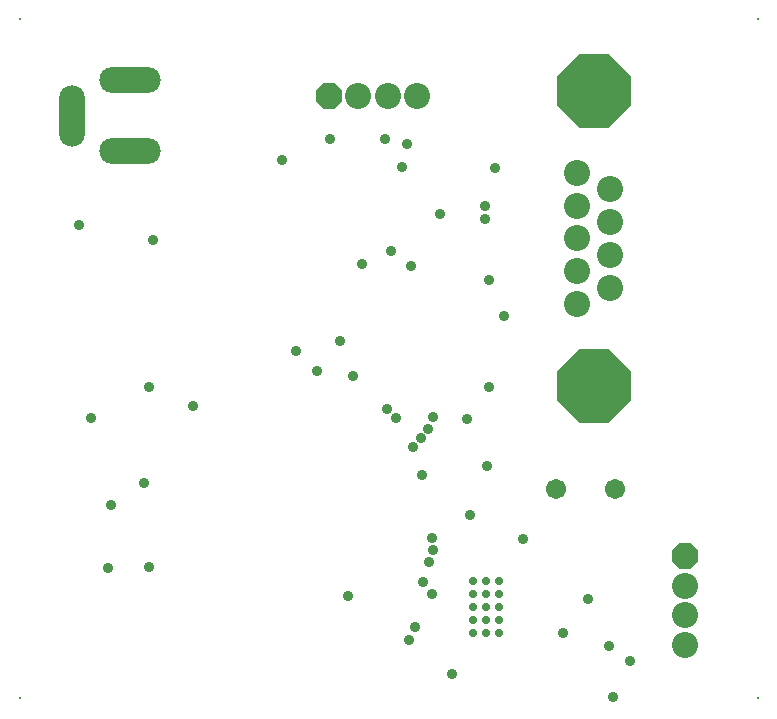
<source format=gbs>
G04 Layer_Color=16711935*
%FSLAX43Y43*%
%MOMM*%
G71*
G01*
G75*
%ADD47C,2.203*%
%ADD48P,2.385X8X22.5*%
%ADD49P,2.385X8X292.5*%
%ADD50C,0.203*%
%ADD51P,6.714X8X202.5*%
%ADD52O,5.203X2.203*%
%ADD53O,2.203X5.203*%
%ADD54C,1.703*%
%ADD55C,0.903*%
%ADD56C,0.703*%
D47*
X33650Y45950D02*
D03*
X31150D02*
D03*
X36150D02*
D03*
X58825Y1975D02*
D03*
Y4475D02*
D03*
Y-525D02*
D03*
X49660Y39425D02*
D03*
Y36655D02*
D03*
Y33885D02*
D03*
Y31115D02*
D03*
Y28345D02*
D03*
X52500Y38040D02*
D03*
Y35270D02*
D03*
Y32500D02*
D03*
Y29730D02*
D03*
D48*
X28650Y45950D02*
D03*
D49*
X58825Y6975D02*
D03*
D50*
X65000Y-5000D02*
D03*
Y52500D02*
D03*
X2500D02*
D03*
Y-5000D02*
D03*
D51*
X51080Y21385D02*
D03*
Y46385D02*
D03*
D52*
X11850Y47275D02*
D03*
Y41275D02*
D03*
D53*
X6950Y44225D02*
D03*
D54*
X47925Y12700D02*
D03*
X52925D02*
D03*
D55*
X38050Y35950D02*
D03*
X33950Y32850D02*
D03*
X42775Y39825D02*
D03*
X42050Y14650D02*
D03*
X52375Y-600D02*
D03*
X40625Y10450D02*
D03*
X41925Y35500D02*
D03*
X41900Y36675D02*
D03*
X35825Y16225D02*
D03*
X36475Y17000D02*
D03*
X37075Y17775D02*
D03*
X37475Y18750D02*
D03*
X34375Y18725D02*
D03*
X37475Y7550D02*
D03*
X37425Y8550D02*
D03*
X37150Y6475D02*
D03*
X36575Y13875D02*
D03*
X30325Y3625D02*
D03*
X52700Y-4900D02*
D03*
X54200Y-1850D02*
D03*
X33575Y19450D02*
D03*
X50600Y3350D02*
D03*
X29600Y25200D02*
D03*
X35650Y31550D02*
D03*
X33425Y42300D02*
D03*
X34900Y39950D02*
D03*
X35250Y41850D02*
D03*
X24675Y40500D02*
D03*
X28775Y42300D02*
D03*
X42200Y21300D02*
D03*
X43525Y27300D02*
D03*
X42200Y30400D02*
D03*
X27700Y22625D02*
D03*
X25900Y24350D02*
D03*
X31500Y31725D02*
D03*
X7500Y35000D02*
D03*
X13800Y33725D02*
D03*
X8525Y18700D02*
D03*
X17150Y19675D02*
D03*
X13475Y21325D02*
D03*
X10200Y11300D02*
D03*
X9950Y5975D02*
D03*
X13450Y6050D02*
D03*
X13000Y13150D02*
D03*
X45100Y8475D02*
D03*
X48525Y475D02*
D03*
X39100Y-3025D02*
D03*
X35475Y-100D02*
D03*
X35950Y1000D02*
D03*
X36675Y4775D02*
D03*
X37425Y3800D02*
D03*
X30725Y22250D02*
D03*
X40400Y18600D02*
D03*
D56*
X40900Y4900D02*
D03*
X42000D02*
D03*
X43100D02*
D03*
X40900Y3800D02*
D03*
X42000D02*
D03*
X43100D02*
D03*
X40900Y2700D02*
D03*
X42000D02*
D03*
X43100D02*
D03*
X40900Y1600D02*
D03*
X42000D02*
D03*
X43100D02*
D03*
X40900Y500D02*
D03*
X42000D02*
D03*
X43100D02*
D03*
M02*

</source>
